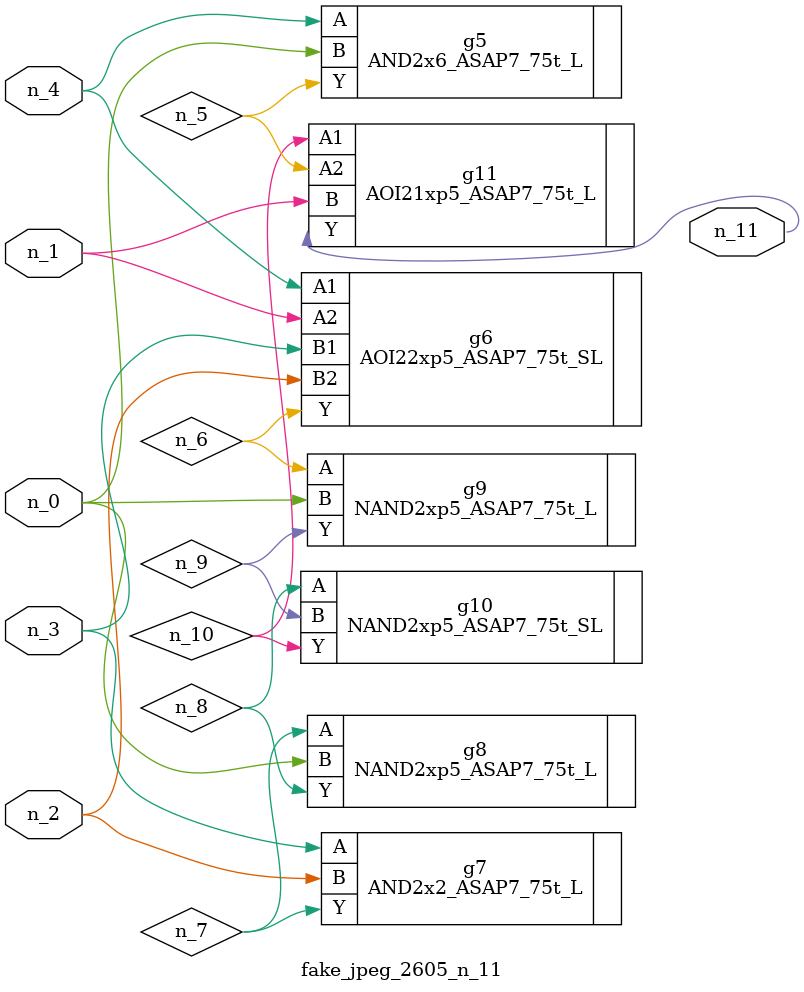
<source format=v>
module fake_jpeg_2605_n_11 (n_3, n_2, n_1, n_0, n_4, n_11);

input n_3;
input n_2;
input n_1;
input n_0;
input n_4;

output n_11;

wire n_10;
wire n_8;
wire n_9;
wire n_6;
wire n_5;
wire n_7;

AND2x6_ASAP7_75t_L g5 ( 
.A(n_4),
.B(n_0),
.Y(n_5)
);

AOI22xp5_ASAP7_75t_SL g6 ( 
.A1(n_4),
.A2(n_1),
.B1(n_3),
.B2(n_2),
.Y(n_6)
);

AND2x2_ASAP7_75t_L g7 ( 
.A(n_3),
.B(n_2),
.Y(n_7)
);

NAND2xp5_ASAP7_75t_L g8 ( 
.A(n_7),
.B(n_0),
.Y(n_8)
);

NAND2xp5_ASAP7_75t_SL g10 ( 
.A(n_8),
.B(n_9),
.Y(n_10)
);

NAND2xp5_ASAP7_75t_L g9 ( 
.A(n_6),
.B(n_0),
.Y(n_9)
);

AOI21xp5_ASAP7_75t_L g11 ( 
.A1(n_10),
.A2(n_5),
.B(n_1),
.Y(n_11)
);


endmodule
</source>
